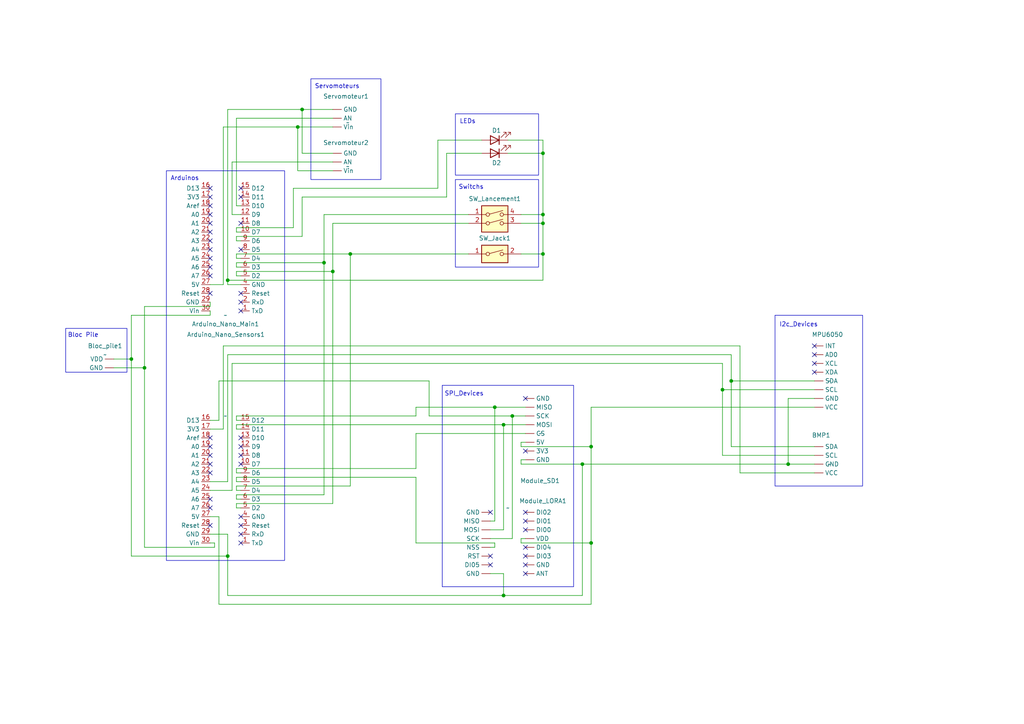
<source format=kicad_sch>
(kicad_sch (version 20231120) (generator "eeschema") (generator_version "8.0")
  (paper "A4")
  (title_block (title "Schéma Electrique v2") (date "2024-05-08") (rev "CRoche") (company "INS'AERO - PÔLE THECNIQUE - INSA CVL") (comment 1 "Projet C'Space 2024") (comment 2 "INSARIANNE1") (comment 3 "Schéma électrique (2 cartes Arduino Nano)"))
  (lib_symbols
    (symbol "Device:LED" (pin_numbers hide) (pin_names (offset 1.016) hide)
      (property "Reference" "D" (at 0 2.54 0))
      (property "Value" "LED" (at 0 -2.54 0))
      (symbol "LED_0_1"
        (polyline (pts (xy -1.27 -1.27) (xy -1.27 1.27)) (stroke (width 0.254)))
        (polyline (pts (xy -1.27 0) (xy 1.27 0)))
        (polyline (pts (xy 1.27 -1.27) (xy 1.27 1.27) (xy -1.27 0) (xy 1.27 -1.27)) (stroke (width 0.254)))
        (polyline (pts (xy -3.048 -0.762) (xy -4.572 -2.286) (xy -3.81 -2.286) (xy -4.572 -2.286) (xy -4.572 -1.524)))
        (polyline (pts (xy -1.778 -0.762) (xy -3.302 -2.286) (xy -2.54 -2.286) (xy -3.302 -2.286) (xy -3.302 -1.524)))
      )
      (symbol "LED_1_1"
        (pin passive line (at -3.81 0 0) (length 2.54) (name "K") (number "1"))
        (pin passive line (at 3.81 0 180) (length 2.54) (name "A") (number "2"))
      )
    )
    (symbol "INSARIANNE_Lib:Arduino_Nano"
      (property "Reference" "Arduino_Nano" (at 0 0 0))
      (symbol "Arduino_Nano_1_1"
        (pin bidirectional line (at -5.08 39.37 180) (length 2.54) (name "TxD") (number "1"))
        (pin bidirectional line (at -5.08 16.51 180) (length 2.54) (name "D7") (number "10"))
        (pin bidirectional line (at -5.08 13.97 180) (length 2.54) (name "D8") (number "11"))
        (pin bidirectional line (at -5.08 11.43 180) (length 2.54) (name "D9") (number "12"))
        (pin bidirectional line (at -5.08 8.89 180) (length 2.54) (name "D10") (number "13"))
        (pin bidirectional line (at -5.08 6.35 180) (length 2.54) (name "D11") (number "14"))
        (pin bidirectional line (at -5.08 3.81 180) (length 2.54) (name "D12") (number "15"))
        (pin bidirectional line (at 3.81 3.81 0) (length 2.54) (name "D13") (number "16"))
        (pin bidirectional line (at 3.81 6.35 0) (length 2.54) (name "3V3") (number "17"))
        (pin bidirectional line (at 3.81 8.89 0) (length 2.54) (name "Aref") (number "18"))
        (pin bidirectional line (at 3.81 11.43 0) (length 2.54) (name "A0") (number "19"))
        (pin bidirectional line (at -5.08 36.83 180) (length 2.54) (name "RxD") (number "2"))
        (pin bidirectional line (at 3.81 13.97 0) (length 2.54) (name "A1") (number "20"))
        (pin bidirectional line (at 3.81 16.51 0) (length 2.54) (name "A2") (number "21"))
        (pin bidirectional line (at 3.81 19.05 0) (length 2.54) (name "A3") (number "22"))
        (pin bidirectional line (at 3.81 21.59 0) (length 2.54) (name "A4") (number "23"))
        (pin bidirectional line (at 3.81 24.13 0) (length 2.54) (name "A5") (number "24"))
        (pin bidirectional line (at 3.81 26.67 0) (length 2.54) (name "A6") (number "25"))
        (pin bidirectional line (at 3.81 29.21 0) (length 2.54) (name "A7") (number "26"))
        (pin bidirectional line (at 3.81 31.75 0) (length 2.54) (name "5V") (number "27"))
        (pin bidirectional line (at 3.81 34.29 0) (length 2.54) (name "Reset") (number "28"))
        (pin bidirectional line (at 3.81 36.83 0) (length 2.54) (name "GND") (number "29"))
        (pin bidirectional line (at -5.08 34.29 180) (length 2.54) (name "Reset") (number "3"))
        (pin bidirectional line (at 3.81 39.37 0) (length 2.54) (name "Vin") (number "30"))
        (pin bidirectional line (at -5.08 31.75 180) (length 2.54) (name "GND") (number "4"))
        (pin bidirectional line (at -5.08 29.21 180) (length 2.54) (name "D2") (number "5"))
        (pin bidirectional line (at -5.08 26.67 180) (length 2.54) (name "D3") (number "6"))
        (pin bidirectional line (at -5.08 24.13 180) (length 2.54) (name "D4") (number "7"))
        (pin bidirectional line (at -5.08 21.59 180) (length 2.54) (name "D5") (number "8"))
        (pin bidirectional line (at -5.08 19.05 180) (length 2.54) (name "D6") (number "9"))
      )
    )
    (symbol "INSARIANNE_Lib:BMP180"
      (property "Reference" "BMP180" (at 0 0 0))
      (symbol "BMP180_1_1"
        (pin bidirectional line (at 0 8.89 180) (length 2.54) (name "GND") (number ""))
        (pin bidirectional line (at 0 6.35 180) (length 2.54) (name "SCL") (number ""))
        (pin bidirectional line (at 0 3.81 180) (length 2.54) (name "SDA") (number ""))
        (pin bidirectional line (at 0 11.43 180) (length 2.54) (name "VCC") (number ""))
      )
    )
    (symbol "INSARIANNE_Lib:Bloc_pile"
      (property "Reference" "Bloc_pile" (at 0 0 0))
      (symbol "Bloc_pile_1_1"
        (pin bidirectional line (at 0 5.08 180) (length 2.54) (name "GND") (number ""))
        (pin bidirectional line (at 0 7.62 180) (length 2.54) (name "VDD") (number ""))
      )
    )
    (symbol "INSARIANNE_Lib:MPU6050"
      (property "Reference" "MPU6050" (at 0 0 0))
      (symbol "MPU6050_1_1"
        (pin bidirectional line (at 0 6.35 180) (length 2.54) (name "AD0") (number ""))
        (pin bidirectional line (at 0 19.05 180) (length 2.54) (name "GND") (number ""))
        (pin bidirectional line (at 0 3.81 180) (length 2.54) (name "INT") (number ""))
        (pin bidirectional line (at 0 16.51 180) (length 2.54) (name "SCL") (number ""))
        (pin bidirectional line (at 0 13.97 180) (length 2.54) (name "SDA") (number ""))
        (pin bidirectional line (at 0 21.59 180) (length 2.54) (name "VCC") (number ""))
        (pin bidirectional line (at 0 8.89 180) (length 2.54) (name "XCL") (number ""))
        (pin bidirectional line (at 0 11.43 180) (length 2.54) (name "XDA") (number ""))
      )
    )
    (symbol "INSARIANNE_Lib:Module_LORA"
      (property "Reference" "Module_LORA" (at 0 0 0))
      (symbol "Module_LORA_1_1"
        (pin bidirectional line (at 5.08 5.08 0) (length 2.54) (name "ANT") (number ""))
        (pin bidirectional line (at 5.08 17.78 0) (length 2.54) (name "DI00") (number ""))
        (pin bidirectional line (at 5.08 20.32 0) (length 2.54) (name "DI01") (number ""))
        (pin bidirectional line (at 5.08 22.86 0) (length 2.54) (name "DI02") (number ""))
        (pin bidirectional line (at 5.08 10.16 0) (length 2.54) (name "DI03") (number ""))
        (pin bidirectional line (at 5.08 12.7 0) (length 2.54) (name "DI04") (number ""))
        (pin bidirectional line (at -5.08 7.62 180) (length 2.54) (name "DI05") (number ""))
        (pin bidirectional line (at -5.08 5.08 180) (length 2.54) (name "GND") (number ""))
        (pin bidirectional line (at -5.08 22.86 180) (length 2.54) (name "GND") (number ""))
        (pin bidirectional line (at 5.08 7.62 0) (length 2.54) (name "GND") (number ""))
        (pin bidirectional line (at -5.08 20.32 180) (length 2.54) (name "MISO") (number ""))
        (pin bidirectional line (at -5.08 17.78 180) (length 2.54) (name "MOSI") (number ""))
        (pin bidirectional line (at -5.08 12.7 180) (length 2.54) (name "NSS") (number ""))
        (pin bidirectional line (at -5.08 10.16 180) (length 2.54) (name "RST") (number ""))
        (pin bidirectional line (at -5.08 15.24 180) (length 2.54) (name "SCK") (number ""))
        (pin bidirectional line (at 5.08 15.24 0) (length 2.54) (name "VDD") (number ""))
      )
    )
    (symbol "INSARIANNE_Lib:Module_SD"
      (property "Reference" "Module_SD" (at 0 0 0))
      (symbol "Module_SD_1_1"
        (pin bidirectional line (at 0 19.05 180) (length 2.54) (name "3V3") (number ""))
        (pin bidirectional line (at 0 16.51 180) (length 2.54) (name "5V") (number ""))
        (pin bidirectional line (at 0 13.97 180) (length 2.54) (name "CS") (number ""))
        (pin bidirectional line (at 0 3.81 180) (length 2.54) (name "GND") (number ""))
        (pin bidirectional line (at 0 21.59 180) (length 2.54) (name "GND") (number ""))
        (pin bidirectional line (at 0 6.35 180) (length 2.54) (name "MISO") (number ""))
        (pin bidirectional line (at 0 11.43 180) (length 2.54) (name "MOSI") (number ""))
        (pin bidirectional line (at 0 8.89 180) (length 2.54) (name "SCK") (number ""))
      )
    )
    (symbol "INSARIANNE_Lib:Servomoteur"
      (property "Reference" "Servomoteur" (at 0 0 0))
      (symbol "Servomoteur_1_1"
        (pin bidirectional line (at 0 7.62 180) (length 2.54) (name "AN") (number ""))
        (pin bidirectional line (at 0 5.08 180) (length 2.54) (name "GND") (number ""))
        (pin bidirectional line (at 0 10.16 180) (length 2.54) (name "Vin") (number ""))
      )
    )
    (symbol "Switch:SW_DIP_x01" (pin_names (offset 0) hide)
      (property "Reference" "SW" (at 0 3.81 0))
      (property "Value" "SW_DIP_x01" (at 0 -3.81 0))
      (symbol "SW_DIP_x01_0_0"
        (circle (center -2.032 0) (radius 0.508))
        (polyline (pts (xy -1.524 0.127) (xy 2.3622 1.1684)))
        (circle (center 2.032 0) (radius 0.508))
      )
      (symbol "SW_DIP_x01_0_1"
        (rectangle (start -3.81 2.54) (end 3.81 -2.54) (stroke (width 0.254)) (fill (type background)))
      )
      (symbol "SW_DIP_x01_1_1"
        (pin passive line (at -7.62 0 0) (length 5.08) (name "~") (number "1"))
        (pin passive line (at 7.62 0 180) (length 5.08) (name "~") (number "2"))
      )
    )
    (symbol "Switch:SW_DIP_x02" (pin_names (offset 0) hide)
      (property "Reference" "SW" (at 0 6.35 0))
      (property "Value" "SW_DIP_x02" (at 0 -3.81 0))
      (symbol "SW_DIP_x02_0_0"
        (circle (center -2.032 0) (radius 0.508))
        (circle (center -2.032 2.54) (radius 0.508))
        (polyline (pts (xy -1.524 0.127) (xy 2.3622 1.1684)))
        (polyline (pts (xy -1.524 2.667) (xy 2.3622 3.7084)))
        (circle (center 2.032 0) (radius 0.508))
        (circle (center 2.032 2.54) (radius 0.508))
      )
      (symbol "SW_DIP_x02_0_1"
        (rectangle (start -3.81 5.08) (end 3.81 -2.54) (stroke (width 0.254)) (fill (type background)))
      )
      (symbol "SW_DIP_x02_1_1"
        (pin passive line (at -7.62 2.54 0) (length 5.08) (name "~") (number "1"))
        (pin passive line (at -7.62 0 0) (length 5.08) (name "~") (number "2"))
        (pin passive line (at 7.62 0 180) (length 5.08) (name "~") (number "3"))
        (pin passive line (at 7.62 2.54 180) (length 5.08) (name "~") (number "4"))
      )
    )
  )
  (junction (at 66.04 81.28))
  (junction (at 157.48 64.77))
  (junction (at 209.55 113.03))
  (junction (at 148.59 120.65))
  (junction (at 87.63 31.75))
  (junction (at 212.09 110.49))
  (junction (at 157.48 62.23))
  (junction (at 146.05 172.72))
  (junction (at 93.98 76.2))
  (junction (at 146.05 123.19))
  (junction (at 157.48 44.45))
  (junction (at 171.45 129.54))
  (junction (at 157.48 73.66))
  (junction (at 168.91 134.62))
  (junction (at 171.45 157.48))
  (junction (at 101.6 73.66))
  (junction (at 38.1 104.14))
  (junction (at 96.52 78.74))
  (junction (at 228.6 134.62))
  (junction (at 86.36 36.83))
  (junction (at 143.51 118.11))
  (junction (at 41.91 106.68))
  (junction (at 66.04 161.29))
  (no_connect (at 69.85 132.08))
  (no_connect (at 60.96 62.23))
  (no_connect (at 69.85 149.86))
  (no_connect (at 60.96 80.01))
  (no_connect (at 60.96 54.61))
  (no_connect (at 152.4 166.37))
  (no_connect (at 152.4 130.81))
  (no_connect (at 152.4 115.57))
  (no_connect (at 69.85 154.94))
  (no_connect (at 152.4 163.83))
  (no_connect (at 236.22 107.95))
  (no_connect (at 69.85 129.54))
  (no_connect (at 69.85 157.48))
  (no_connect (at 60.96 72.39))
  (no_connect (at 60.96 137.16))
  (no_connect (at 60.96 69.85))
  (no_connect (at 142.24 148.59))
  (no_connect (at 152.4 161.29))
  (no_connect (at 69.85 64.77))
  (no_connect (at 60.96 147.32))
  (no_connect (at 69.85 87.63))
  (no_connect (at 60.96 144.78))
  (no_connect (at 60.96 57.15))
  (no_connect (at 60.96 132.08))
  (no_connect (at 60.96 77.47))
  (no_connect (at 69.85 134.62))
  (no_connect (at 60.96 59.69))
  (no_connect (at 60.96 134.62))
  (no_connect (at 152.4 148.59))
  (no_connect (at 69.85 85.09))
  (no_connect (at 60.96 152.4))
  (no_connect (at 69.85 57.15))
  (no_connect (at 142.24 163.83))
  (no_connect (at 152.4 153.67))
  (no_connect (at 69.85 152.4))
  (no_connect (at 69.85 127))
  (no_connect (at 142.24 161.29))
  (no_connect (at 69.85 72.39))
  (no_connect (at 60.96 67.31))
  (no_connect (at 236.22 102.87))
  (no_connect (at 69.85 90.17))
  (no_connect (at 60.96 127))
  (no_connect (at 60.96 129.54))
  (no_connect (at 60.96 74.93))
  (no_connect (at 152.4 158.75))
  (no_connect (at 152.4 151.13))
  (no_connect (at 60.96 85.09))
  (no_connect (at 60.96 64.77))
  (no_connect (at 236.22 105.41))
  (no_connect (at 69.85 54.61))
  (no_connect (at 236.22 100.33))
  (wire (pts (xy 68.58 146.05) (xy 68.58 147.32)))
  (wire (pts (xy 60.96 142.24) (xy 67.31 142.24)))
  (wire (pts (xy 68.58 124.46) (xy 68.58 123.19)))
  (wire (pts (xy 60.96 149.86) (xy 63.5 149.86)))
  (wire (pts (xy 146.05 153.67) (xy 146.05 123.19)))
  (wire (pts (xy 147.32 44.45) (xy 157.48 44.45)))
  (wire (pts (xy 60.96 91.44) (xy 38.1 91.44)))
  (wire (pts (xy 68.58 34.29) (xy 96.52 34.29)))
  (wire (pts (xy 120.65 157.48) (xy 143.51 157.48)))
  (wire (pts (xy 171.45 157.48) (xy 171.45 175.26)))
  (wire (pts (xy 69.85 69.85) (xy 68.58 69.85)))
  (wire (pts (xy 143.51 157.48) (xy 143.51 158.75)))
  (wire (pts (xy 209.55 132.08) (xy 209.55 113.03)))
  (wire (pts (xy 60.96 121.92) (xy 63.5 121.92)))
  (wire (pts (xy 157.48 44.45) (xy 157.48 62.23)))
  (wire (pts (xy 120.65 125.73) (xy 152.4 125.73)))
  (wire (pts (xy 66.04 31.75) (xy 66.04 81.28)))
  (wire (pts (xy 68.58 147.32) (xy 69.85 147.32)))
  (wire (pts (xy 142.24 153.67) (xy 146.05 153.67)))
  (wire (pts (xy 68.58 59.69) (xy 68.58 34.29)))
  (wire (pts (xy 143.51 118.11) (xy 143.51 151.13)))
  (wire (pts (xy 151.13 133.35) (xy 151.13 134.62)))
  (wire (pts (xy 63.5 110.49) (xy 63.5 121.92)))
  (wire (pts (xy 209.55 113.03) (xy 236.22 113.03)))
  (wire (pts (xy 68.58 137.16) (xy 68.58 135.89)))
  (wire (pts (xy 129.54 57.15) (xy 87.63 57.15)))
  (wire (pts (xy 86.36 36.83) (xy 96.52 36.83)))
  (wire (pts (xy 38.1 104.14) (xy 38.1 161.29)))
  (wire (pts (xy 86.36 49.53) (xy 86.36 36.83)))
  (wire (pts (xy 171.45 129.54) (xy 171.45 157.48)))
  (wire (pts (xy 67.31 105.41) (xy 209.55 105.41)))
  (wire (pts (xy 135.89 73.66) (xy 101.6 73.66)))
  (wire (pts (xy 38.1 104.14) (xy 33.02 104.14)))
  (wire (pts (xy 148.59 120.65) (xy 148.59 156.21)))
  (wire (pts (xy 68.58 146.05) (xy 96.52 146.05)))
  (wire (pts (xy 93.98 62.23) (xy 135.89 62.23)))
  (wire (pts (xy 64.77 100.33) (xy 64.77 124.46)))
  (wire (pts (xy 41.91 158.75) (xy 62.23 158.75)))
  (wire (pts (xy 120.65 135.89) (xy 120.65 125.73)))
  (wire (pts (xy 62.23 158.75) (xy 62.23 157.48)))
  (wire (pts (xy 68.58 139.7) (xy 68.58 138.43)))
  (wire (pts (xy 129.54 44.45) (xy 129.54 57.15)))
  (wire (pts (xy 96.52 146.05) (xy 96.52 78.74)))
  (wire (pts (xy 209.55 105.41) (xy 209.55 113.03)))
  (wire (pts (xy 69.85 80.01) (xy 68.58 80.01)))
  (wire (pts (xy 87.63 31.75) (xy 87.63 44.45)))
  (wire (pts (xy 146.05 166.37) (xy 146.05 172.72)))
  (wire (pts (xy 228.6 115.57) (xy 228.6 134.62)))
  (wire (pts (xy 152.4 128.27) (xy 151.13 128.27)))
  (wire (pts (xy 236.22 115.57) (xy 228.6 115.57)))
  (wire (pts (xy 157.48 73.66) (xy 151.13 73.66)))
  (wire (pts (xy 146.05 172.72) (xy 168.91 172.72)))
  (wire (pts (xy 157.48 62.23) (xy 157.48 64.77)))
  (wire (pts (xy 120.65 118.11) (xy 143.51 118.11)))
  (wire (pts (xy 68.58 80.01) (xy 68.58 78.74)))
  (wire (pts (xy 68.58 144.78) (xy 69.85 144.78)))
  (wire (pts (xy 60.96 154.94) (xy 66.04 154.94)))
  (wire (pts (xy 68.58 142.24) (xy 69.85 142.24)))
  (wire (pts (xy 68.58 138.43) (xy 120.65 138.43)))
  (wire (pts (xy 152.4 156.21) (xy 151.13 156.21)))
  (wire (pts (xy 60.96 124.46) (xy 64.77 124.46)))
  (wire (pts (xy 96.52 49.53) (xy 86.36 49.53)))
  (wire (pts (xy 69.85 67.31) (xy 68.58 67.31)))
  (wire (pts (xy 142.24 156.21) (xy 148.59 156.21)))
  (wire (pts (xy 69.85 139.7) (xy 68.58 139.7)))
  (wire (pts (xy 101.6 73.66) (xy 68.58 73.66)))
  (wire (pts (xy 152.4 133.35) (xy 151.13 133.35)))
  (wire (pts (xy 168.91 172.72) (xy 168.91 134.62)))
  (wire (pts (xy 38.1 161.29) (xy 66.04 161.29)))
  (wire (pts (xy 151.13 134.62) (xy 168.91 134.62)))
  (wire (pts (xy 64.77 82.55) (xy 64.77 36.83)))
  (wire (pts (xy 151.13 62.23) (xy 157.48 62.23)))
  (wire (pts (xy 68.58 73.66) (xy 68.58 74.93)))
  (wire (pts (xy 93.98 76.2) (xy 93.98 62.23)))
  (wire (pts (xy 142.24 166.37) (xy 146.05 166.37)))
  (wire (pts (xy 63.5 149.86) (xy 63.5 175.26)))
  (wire (pts (xy 93.98 143.51) (xy 93.98 76.2)))
  (wire (pts (xy 171.45 118.11) (xy 236.22 118.11)))
  (wire (pts (xy 68.58 121.92) (xy 68.58 120.65)))
  (wire (pts (xy 87.63 31.75) (xy 96.52 31.75)))
  (wire (pts (xy 143.51 158.75) (xy 142.24 158.75)))
  (wire (pts (xy 68.58 69.85) (xy 68.58 68.58)))
  (wire (pts (xy 87.63 57.15) (xy 87.63 68.58)))
  (wire (pts (xy 124.46 120.65) (xy 148.59 120.65)))
  (wire (pts (xy 214.63 137.16) (xy 214.63 100.33)))
  (wire (pts (xy 64.77 36.83) (xy 86.36 36.83)))
  (wire (pts (xy 151.13 157.48) (xy 171.45 157.48)))
  (wire (pts (xy 148.59 120.65) (xy 152.4 120.65)))
  (wire (pts (xy 69.85 121.92) (xy 68.58 121.92)))
  (wire (pts (xy 151.13 128.27) (xy 151.13 129.54)))
  (wire (pts (xy 66.04 81.28) (xy 157.48 81.28)))
  (wire (pts (xy 69.85 62.23) (xy 67.31 62.23)))
  (wire (pts (xy 68.58 76.2) (xy 93.98 76.2)))
  (wire (pts (xy 146.05 123.19) (xy 152.4 123.19)))
  (wire (pts (xy 68.58 68.58) (xy 87.63 68.58)))
  (wire (pts (xy 143.51 151.13) (xy 142.24 151.13)))
  (wire (pts (xy 66.04 154.94) (xy 66.04 161.29)))
  (wire (pts (xy 38.1 91.44) (xy 38.1 104.14)))
  (wire (pts (xy 96.52 64.77) (xy 135.89 64.77)))
  (wire (pts (xy 68.58 143.51) (xy 68.58 144.78)))
  (wire (pts (xy 157.48 64.77) (xy 157.48 73.66)))
  (wire (pts (xy 69.85 59.69) (xy 68.58 59.69)))
  (wire (pts (xy 120.65 120.65) (xy 120.65 118.11)))
  (wire (pts (xy 63.5 175.26) (xy 171.45 175.26)))
  (wire (pts (xy 168.91 134.62) (xy 228.6 134.62)))
  (wire (pts (xy 152.4 118.11) (xy 143.51 118.11)))
  (wire (pts (xy 60.96 87.63) (xy 60.96 88.9)))
  (wire (pts (xy 60.96 139.7) (xy 66.04 139.7)))
  (wire (pts (xy 85.09 66.04) (xy 85.09 54.61)))
  (wire (pts (xy 66.04 31.75) (xy 87.63 31.75)))
  (wire (pts (xy 68.58 123.19) (xy 146.05 123.19)))
  (wire (pts (xy 151.13 64.77) (xy 157.48 64.77)))
  (wire (pts (xy 68.58 135.89) (xy 120.65 135.89)))
  (wire (pts (xy 33.02 106.68) (xy 41.91 106.68)))
  (wire (pts (xy 69.85 124.46) (xy 68.58 124.46)))
  (wire (pts (xy 127 54.61) (xy 127 40.64)))
  (wire (pts (xy 68.58 143.51) (xy 93.98 143.51)))
  (wire (pts (xy 66.04 139.7) (xy 66.04 102.87)))
  (wire (pts (xy 151.13 129.54) (xy 171.45 129.54)))
  (wire (pts (xy 60.96 82.55) (xy 64.77 82.55)))
  (wire (pts (xy 147.32 40.64) (xy 157.48 40.64)))
  (wire (pts (xy 151.13 156.21) (xy 151.13 157.48)))
  (wire (pts (xy 68.58 74.93) (xy 69.85 74.93)))
  (wire (pts (xy 41.91 106.68) (xy 41.91 158.75)))
  (wire (pts (xy 69.85 82.55) (xy 66.04 82.55)))
  (wire (pts (xy 212.09 129.54) (xy 212.09 110.49)))
  (wire (pts (xy 62.23 157.48) (xy 60.96 157.48)))
  (wire (pts (xy 66.04 161.29) (xy 66.04 172.72)))
  (wire (pts (xy 63.5 110.49) (xy 124.46 110.49)))
  (wire (pts (xy 236.22 132.08) (xy 209.55 132.08)))
  (wire (pts (xy 157.48 40.64) (xy 157.48 44.45)))
  (wire (pts (xy 60.96 88.9) (xy 41.91 88.9)))
  (wire (pts (xy 87.63 44.45) (xy 96.52 44.45)))
  (wire (pts (xy 124.46 110.49) (xy 124.46 120.65)))
  (wire (pts (xy 66.04 102.87) (xy 212.09 102.87)))
  (wire (pts (xy 66.04 172.72) (xy 146.05 172.72)))
  (wire (pts (xy 228.6 134.62) (xy 236.22 134.62)))
  (wire (pts (xy 96.52 78.74) (xy 96.52 64.77)))
  (wire (pts (xy 69.85 77.47) (xy 68.58 77.47)))
  (wire (pts (xy 157.48 73.66) (xy 157.48 81.28)))
  (wire (pts (xy 68.58 67.31) (xy 68.58 66.04)))
  (wire (pts (xy 60.96 90.17) (xy 60.96 91.44)))
  (wire (pts (xy 64.77 100.33) (xy 214.63 100.33)))
  (wire (pts (xy 67.31 62.23) (xy 67.31 46.99)))
  (wire (pts (xy 127 40.64) (xy 139.7 40.64)))
  (wire (pts (xy 171.45 118.11) (xy 171.45 129.54)))
  (wire (pts (xy 236.22 137.16) (xy 214.63 137.16)))
  (wire (pts (xy 101.6 73.66) (xy 101.6 140.97)))
  (wire (pts (xy 67.31 142.24) (xy 67.31 105.41)))
  (wire (pts (xy 68.58 120.65) (xy 120.65 120.65)))
  (wire (pts (xy 68.58 66.04) (xy 85.09 66.04)))
  (wire (pts (xy 68.58 140.97) (xy 68.58 142.24)))
  (wire (pts (xy 236.22 129.54) (xy 212.09 129.54)))
  (wire (pts (xy 66.04 81.28) (xy 66.04 82.55)))
  (wire (pts (xy 120.65 138.43) (xy 120.65 157.48)))
  (wire (pts (xy 68.58 77.47) (xy 68.58 76.2)))
  (wire (pts (xy 212.09 110.49) (xy 236.22 110.49)))
  (wire (pts (xy 68.58 140.97) (xy 101.6 140.97)))
  (wire (pts (xy 41.91 88.9) (xy 41.91 106.68)))
  (wire (pts (xy 85.09 54.61) (xy 127 54.61)))
  (wire (pts (xy 212.09 102.87) (xy 212.09 110.49)))
  (wire (pts (xy 139.7 44.45) (xy 129.54 44.45)))
  (wire (pts (xy 69.85 137.16) (xy 68.58 137.16)))
  (wire (pts (xy 68.58 78.74) (xy 96.52 78.74)))
  (wire (pts (xy 67.31 46.99) (xy 96.52 46.99)))
  (rectangle (start 224.79 91.44) (end 250.19 140.97))
  (rectangle (start 48.26 49.53) (end 82.55 162.56))
  (rectangle (start 132.08 52.07) (end 156.21 77.47))
  (rectangle (start 19.05 95.25) (end 36.83 107.95))
  (rectangle (start 132.08 33.02) (end 156.21 50.8))
  (rectangle (start 128.27 111.76) (end 166.37 170.18))
  (rectangle (start 90.17 22.86) (end 110.49 52.07))
  (text "Bloc Pile" (at 24.13 97.282 0) (effects (font (size 1.27 1.27))))
  (text "Servomoteurs" (at 97.79 25.146 0) (effects (font (size 1.27 1.27))))
  (text "Arduinos" (at 53.594 51.816 0) (effects (font (size 1.27 1.27))))
  (text "I2c_Devices" (at 231.648 94.234 0) (effects (font (size 1.27 1.27))))
  (text "SPI_Devices" (at 134.62 114.3 0) (effects (font (size 1.27 1.27))))
  (text "Switchs\n" (at 136.652 54.356 0) (effects (font (size 1.27 1.27))))
  (text "LEDs\n" (at 135.636 35.306 0) (effects (font (size 1.27 1.27))))
  (symbol (lib_name "INSARIANNE_Lib:Servomoteur") (lib_id "INSARIANNE_Lib:Servomoteur") (at 96.52 26.67 180) (unit 1)
    (property "Reference" "Servomoteur1" (at 93.726 27.94 0) (effects (justify right)))
    (property "Value" "~" (at 100.33 35.56 0) (effects (justify right)))
    (property "Footprint" "Connector_PinHeader_1.00mm:PinHeader_1x03_P1.00mm_Vertical" (effects (hide yes)))
  )
  (symbol (lib_id "Device:LED") (at 143.51 44.45 180) (unit 1)
    (property "Reference" "D2" (at 144.018 47.244 0))
    (property "Value" "LED" (effects (hide yes)))
    (property "Description" "Light emitting diode" (effects (hide yes)))
  )
  (symbol (lib_id "Device:LED") (at 143.51 40.64 180) (unit 1)
    (property "Reference" "D1" (at 144.018 37.846 0))
    (property "Value" "LED" (effects (hide yes)))
    (property "Description" "Light emitting diode" (effects (hide yes)))
  )
  (symbol (lib_id "Switch:SW_DIP_x01") (at 143.51 73.66 0) (unit 1)
    (property "Reference" "SW_Jack1" (at 143.51 69.088 0))
    (property "Value" "SW_DIP_x01" (effects (hide yes)))
    (property "Description" "1x DIP Switch, Single Pole Single Throw (SPST) switch, small symbol" (effects (hide yes)))
  )
  (symbol (lib_id "INSARIANNE_Lib:Arduino_Nano") (at 64.77 50.8 180) (unit 1)
    (property "Reference" "Arduino_Nano_Main1" (at 65.405 93.98 0))
    (property "Value" "~" (at 65.405 91.44 0))
    (property "Footprint" "INSARIANNE_Lib:Arduino_Nano" (effects (hide yes)))
  )
  (symbol (lib_id "INSARIANNE_Lib:Module_LORA") (at 147.32 171.45 0) (unit 1)
    (property "Reference" "Module_LORA1" (at 157.48 145.288 0))
    (property "Value" "~" (at 147.32 147.32 0))
  )
  (symbol (lib_id "INSARIANNE_Lib:Arduino_Nano") (at 64.77 118.11 180) (unit 1)
    (property "Reference" "Arduino_Nano_Sensors1" (at 65.532 97.028 0))
    (property "Value" "~" (at 65.405 120.65 0))
    (property "Footprint" "INSARIANNE_Lib:Arduino_Nano" (effects (hide yes)))
  )
  (symbol (lib_id "INSARIANNE_Lib:Bloc_pile") (at 33.02 111.76 0) (unit 1)
    (property "Reference" "Bloc_pile1" (at 30.48 100.33 0))
    (property "Value" "~" (at 30.48 102.87 0))
  )
  (symbol (lib_id "INSARIANNE_Lib:Module_SD") (at 152.4 111.76 180) (unit 1)
    (property "Reference" "Module_SD1" (at 150.876 139.446 0) (effects (justify right)))
    (property "Value" "~" (at 156.21 125.73 0) (effects (justify right)))
  )
  (symbol (lib_id "INSARIANNE_Lib:MPU6050") (at 236.22 96.52 180) (unit 1)
    (property "Reference" "MPU6050" (at 235.458 97.028 0) (effects (justify right)))
    (property "Value" "~" (at 240.03 110.49 0) (effects (justify right)))
  )
  (symbol (lib_id "INSARIANNE_Lib:BMP180") (at 236.22 125.73 180) (unit 1)
    (property "Reference" "BMP1" (at 235.458 126.238 0) (effects (justify right)))
    (property "Value" "~" (at 240.03 134.62 0) (effects (justify right)))
  )
  (symbol (lib_id "Switch:SW_DIP_x02") (at 143.51 64.77 0) (unit 1)
    (property "Reference" "SW_Lancement1" (at 143.51 57.658 0))
    (property "Value" "SW_DIP_x02" (effects (hide yes)))
    (property "Description" "2x DIP Switch, Single Pole Single Throw (SPST) switch, small symbol" (effects (hide yes)))
  )
  (symbol (lib_name "INSARIANNE_Lib:Servomoteur") (lib_id "INSARIANNE_Lib:Servomoteur") (at 96.52 39.37 180) (unit 1)
    (property "Reference" "Servomoteur2" (at 93.726 41.402 0) (effects (justify right)))
    (property "Value" "~" (at 100.33 48.26 0) (effects (justify right)))
    (property "Footprint" "Connector_PinHeader_1.00mm:PinHeader_1x03_P1.00mm_Vertical" (effects (hide yes)))
  )
)
</source>
